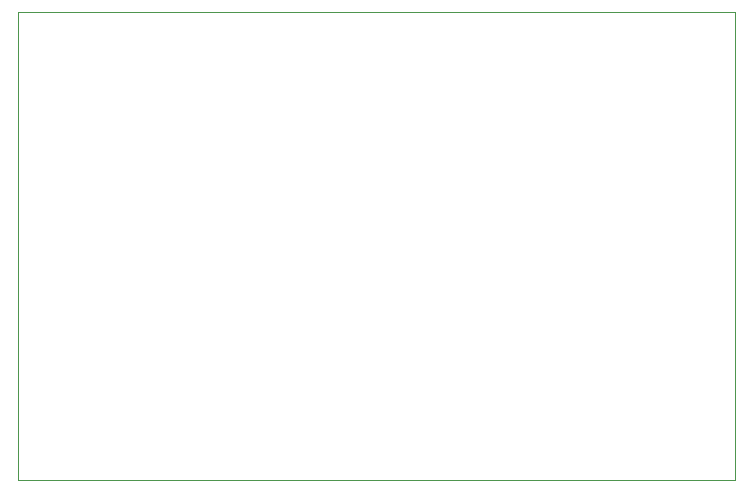
<source format=gbr>
G04 #@! TF.GenerationSoftware,KiCad,Pcbnew,(5.1.5-0-10_14)*
G04 #@! TF.CreationDate,2020-10-19T13:07:17+11:00*
G04 #@! TF.ProjectId,Atari-Tandy Joystick Adapter,41746172-692d-4546-916e-6479204a6f79,rev?*
G04 #@! TF.SameCoordinates,Original*
G04 #@! TF.FileFunction,Profile,NP*
%FSLAX46Y46*%
G04 Gerber Fmt 4.6, Leading zero omitted, Abs format (unit mm)*
G04 Created by KiCad (PCBNEW (5.1.5-0-10_14)) date 2020-10-19 13:07:17*
%MOMM*%
%LPD*%
G04 APERTURE LIST*
%ADD10C,0.050000*%
G04 APERTURE END LIST*
D10*
X112903000Y-33909000D02*
X112903000Y-73533000D01*
X52197000Y-73533000D02*
X112903000Y-73533000D01*
X52197000Y-33909000D02*
X52197000Y-34036000D01*
X112903000Y-33909000D02*
X52197000Y-33909000D01*
X52197000Y-34036000D02*
X52197000Y-73533000D01*
M02*

</source>
